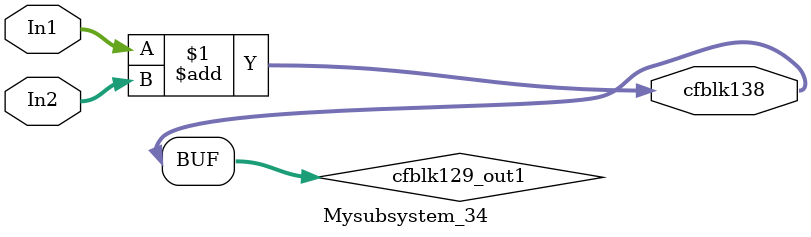
<source format=v>



`timescale 1 ns / 1 ns

module Mysubsystem_34
          (In1,
           In2,
           cfblk138);


  input   [7:0] In1;  // uint8
  input   [7:0] In2;  // uint8
  output  [7:0] cfblk138;  // uint8


  wire [7:0] cfblk129_out1;  // uint8


  assign cfblk129_out1 = In1 + In2;



  assign cfblk138 = cfblk129_out1;

endmodule  // Mysubsystem_34


</source>
